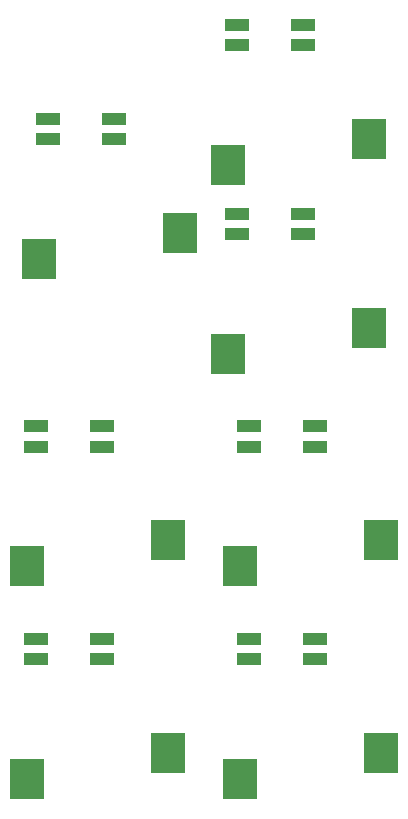
<source format=gbr>
%TF.GenerationSoftware,KiCad,Pcbnew,8.0.7*%
%TF.CreationDate,2025-04-09T10:11:19+09:00*%
%TF.ProjectId,Choc2,43686f63-322e-46b6-9963-61645f706362,rev?*%
%TF.SameCoordinates,Original*%
%TF.FileFunction,Paste,Top*%
%TF.FilePolarity,Positive*%
%FSLAX46Y46*%
G04 Gerber Fmt 4.6, Leading zero omitted, Abs format (unit mm)*
G04 Created by KiCad (PCBNEW 8.0.7) date 2025-04-09 10:11:19*
%MOMM*%
%LPD*%
G01*
G04 APERTURE LIST*
%ADD10R,2.000000X1.020000*%
%ADD11R,3.000000X3.500000*%
G04 APERTURE END LIST*
D10*
%TO.C,LED7*%
X64800000Y-90067500D03*
X64800000Y-91767500D03*
X59200000Y-91767500D03*
X59200000Y-90067500D03*
%TD*%
%TO.C,LED6*%
X63800000Y-116067500D03*
X63800000Y-117767500D03*
X58200000Y-117767500D03*
X58200000Y-116067500D03*
%TD*%
%TO.C,LED1*%
X80800000Y-82067500D03*
X80800000Y-83767500D03*
X75200000Y-83767500D03*
X75200000Y-82067500D03*
%TD*%
D11*
%TO.C,SW1*%
X86350000Y-91700000D03*
X74450000Y-93900000D03*
%TD*%
%TO.C,SW2*%
X86350000Y-107700000D03*
X74450000Y-109900000D03*
%TD*%
%TO.C,SW6*%
X69350000Y-125700000D03*
X57450000Y-127900000D03*
%TD*%
D10*
%TO.C,LED5*%
X63800000Y-134067500D03*
X63800000Y-135767500D03*
X58200000Y-135767500D03*
X58200000Y-134067500D03*
%TD*%
D11*
%TO.C,SW7*%
X70350000Y-99700000D03*
X58450000Y-101900000D03*
%TD*%
%TO.C,SW5*%
X69350000Y-143700000D03*
X57450000Y-145900000D03*
%TD*%
D10*
%TO.C,LED2*%
X80800000Y-98067500D03*
X80800000Y-99767500D03*
X75200000Y-99767500D03*
X75200000Y-98067500D03*
%TD*%
%TO.C,LED4*%
X81800000Y-134067500D03*
X81800000Y-135767500D03*
X76200000Y-135767500D03*
X76200000Y-134067500D03*
%TD*%
D11*
%TO.C,SW3*%
X87350000Y-125700000D03*
X75450000Y-127900000D03*
%TD*%
D10*
%TO.C,LED3*%
X81800000Y-116067500D03*
X81800000Y-117767500D03*
X76200000Y-117767500D03*
X76200000Y-116067500D03*
%TD*%
D11*
%TO.C,SW4*%
X87350000Y-143700000D03*
X75450000Y-145900000D03*
%TD*%
M02*

</source>
